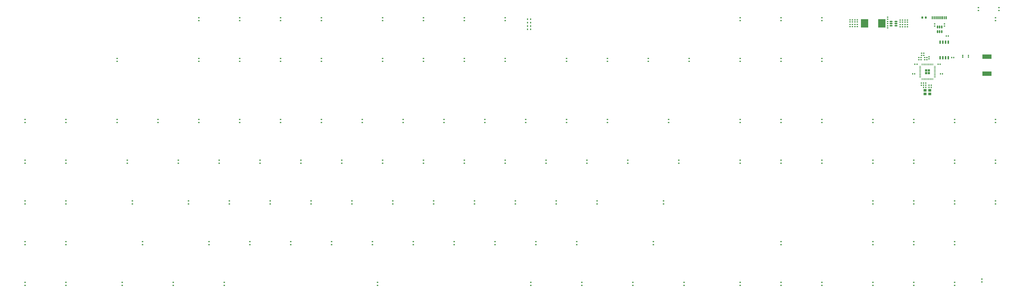
<source format=gbr>
%TF.GenerationSoftware,KiCad,Pcbnew,(6.0.0)*%
%TF.CreationDate,2022-04-30T21:46:17-04:00*%
%TF.ProjectId,SweetBusiness,53776565-7442-4757-9369-6e6573732e6b,rev?*%
%TF.SameCoordinates,Original*%
%TF.FileFunction,Paste,Bot*%
%TF.FilePolarity,Positive*%
%FSLAX46Y46*%
G04 Gerber Fmt 4.6, Leading zero omitted, Abs format (unit mm)*
G04 Created by KiCad (PCBNEW (6.0.0)) date 2022-04-30 21:46:17*
%MOMM*%
%LPD*%
G01*
G04 APERTURE LIST*
G04 Aperture macros list*
%AMRoundRect*
0 Rectangle with rounded corners*
0 $1 Rounding radius*
0 $2 $3 $4 $5 $6 $7 $8 $9 X,Y pos of 4 corners*
0 Add a 4 corners polygon primitive as box body*
4,1,4,$2,$3,$4,$5,$6,$7,$8,$9,$2,$3,0*
0 Add four circle primitives for the rounded corners*
1,1,$1+$1,$2,$3*
1,1,$1+$1,$4,$5*
1,1,$1+$1,$6,$7*
1,1,$1+$1,$8,$9*
0 Add four rect primitives between the rounded corners*
20,1,$1+$1,$2,$3,$4,$5,0*
20,1,$1+$1,$4,$5,$6,$7,0*
20,1,$1+$1,$6,$7,$8,$9,0*
20,1,$1+$1,$8,$9,$2,$3,0*%
G04 Aperture macros list end*
%ADD10C,0.010000*%
%ADD11RoundRect,0.250000X0.292217X0.292217X-0.292217X0.292217X-0.292217X-0.292217X0.292217X-0.292217X0*%
%ADD12RoundRect,0.050000X0.387500X0.050000X-0.387500X0.050000X-0.387500X-0.050000X0.387500X-0.050000X0*%
%ADD13RoundRect,0.050000X0.050000X0.387500X-0.050000X0.387500X-0.050000X-0.387500X0.050000X-0.387500X0*%
%ADD14R,4.200000X2.000000*%
%ADD15RoundRect,0.147500X0.172500X-0.147500X0.172500X0.147500X-0.172500X0.147500X-0.172500X-0.147500X0*%
%ADD16RoundRect,0.147500X-0.172500X0.147500X-0.172500X-0.147500X0.172500X-0.147500X0.172500X0.147500X0*%
%ADD17R,0.700000X0.600000*%
%ADD18RoundRect,0.147500X-0.147500X-0.172500X0.147500X-0.172500X0.147500X0.172500X-0.147500X0.172500X0*%
%ADD19RoundRect,0.150000X0.150000X-0.512500X0.150000X0.512500X-0.150000X0.512500X-0.150000X-0.512500X0*%
%ADD20RoundRect,0.147500X0.147500X0.172500X-0.147500X0.172500X-0.147500X-0.172500X0.147500X-0.172500X0*%
%ADD21R,0.600000X0.700000*%
%ADD22RoundRect,0.150000X0.150000X-0.650000X0.150000X0.650000X-0.150000X0.650000X-0.150000X-0.650000X0*%
%ADD23R,1.400000X1.200000*%
%ADD24R,3.500000X4.000000*%
%ADD25RoundRect,0.218750X0.218750X0.256250X-0.218750X0.256250X-0.218750X-0.256250X0.218750X-0.256250X0*%
%ADD26R,0.600000X1.450000*%
%ADD27R,0.300000X1.450000*%
%ADD28RoundRect,0.150000X-0.512500X-0.150000X0.512500X-0.150000X0.512500X0.150000X-0.512500X0.150000X0*%
G04 APERTURE END LIST*
D10*
%TO.C,S1*%
X512217000Y-146085000D02*
X511767000Y-146085000D01*
X511767000Y-146085000D02*
X511767000Y-146535000D01*
X511767000Y-146535000D02*
X512217000Y-146535000D01*
X512217000Y-146535000D02*
X512217000Y-146085000D01*
G36*
X512217000Y-146535000D02*
G01*
X511767000Y-146535000D01*
X511767000Y-146085000D01*
X512217000Y-146085000D01*
X512217000Y-146535000D01*
G37*
X512217000Y-146535000D02*
X511767000Y-146535000D01*
X511767000Y-146085000D01*
X512217000Y-146085000D01*
X512217000Y-146535000D01*
X512217000Y-146835000D02*
X511767000Y-146835000D01*
X511767000Y-146835000D02*
X511767000Y-147285000D01*
X511767000Y-147285000D02*
X512217000Y-147285000D01*
X512217000Y-147285000D02*
X512217000Y-146835000D01*
G36*
X512217000Y-147285000D02*
G01*
X511767000Y-147285000D01*
X511767000Y-146835000D01*
X512217000Y-146835000D01*
X512217000Y-147285000D01*
G37*
X512217000Y-147285000D02*
X511767000Y-147285000D01*
X511767000Y-146835000D01*
X512217000Y-146835000D01*
X512217000Y-147285000D01*
X509567000Y-146085000D02*
X509117000Y-146085000D01*
X509117000Y-146085000D02*
X509117000Y-146535000D01*
X509117000Y-146535000D02*
X509567000Y-146535000D01*
X509567000Y-146535000D02*
X509567000Y-146085000D01*
G36*
X509567000Y-146535000D02*
G01*
X509117000Y-146535000D01*
X509117000Y-146085000D01*
X509567000Y-146085000D01*
X509567000Y-146535000D01*
G37*
X509567000Y-146535000D02*
X509117000Y-146535000D01*
X509117000Y-146085000D01*
X509567000Y-146085000D01*
X509567000Y-146535000D01*
X509567000Y-146835000D02*
X509117000Y-146835000D01*
X509117000Y-146835000D02*
X509117000Y-147285000D01*
X509117000Y-147285000D02*
X509567000Y-147285000D01*
X509567000Y-147285000D02*
X509567000Y-146835000D01*
G36*
X509567000Y-147285000D02*
G01*
X509117000Y-147285000D01*
X509117000Y-146835000D01*
X509567000Y-146835000D01*
X509567000Y-147285000D01*
G37*
X509567000Y-147285000D02*
X509117000Y-147285000D01*
X509117000Y-146835000D01*
X509567000Y-146835000D01*
X509567000Y-147285000D01*
%TD*%
D11*
%TO.C,U0*%
X492281250Y-154625000D03*
X492281250Y-153350000D03*
X493556250Y-154625000D03*
X493556250Y-153350000D03*
D12*
X496356250Y-151387500D03*
X496356250Y-151787500D03*
X496356250Y-152187500D03*
X496356250Y-152587500D03*
X496356250Y-152987500D03*
X496356250Y-153387500D03*
X496356250Y-153787500D03*
X496356250Y-154187500D03*
X496356250Y-154587500D03*
X496356250Y-154987500D03*
X496356250Y-155387500D03*
X496356250Y-155787500D03*
X496356250Y-156187500D03*
X496356250Y-156587500D03*
D13*
X495518750Y-157425000D03*
X495118750Y-157425000D03*
X494718750Y-157425000D03*
X494318750Y-157425000D03*
X493918750Y-157425000D03*
X493518750Y-157425000D03*
X493118750Y-157425000D03*
X492718750Y-157425000D03*
X492318750Y-157425000D03*
X491918750Y-157425000D03*
X491518750Y-157425000D03*
X491118750Y-157425000D03*
X490718750Y-157425000D03*
X490318750Y-157425000D03*
D12*
X489481250Y-156587500D03*
X489481250Y-156187500D03*
X489481250Y-155787500D03*
X489481250Y-155387500D03*
X489481250Y-154987500D03*
X489481250Y-154587500D03*
X489481250Y-154187500D03*
X489481250Y-153787500D03*
X489481250Y-153387500D03*
X489481250Y-152987500D03*
X489481250Y-152587500D03*
X489481250Y-152187500D03*
X489481250Y-151787500D03*
X489481250Y-151387500D03*
D13*
X490318750Y-150550000D03*
X490718750Y-150550000D03*
X491118750Y-150550000D03*
X491518750Y-150550000D03*
X491918750Y-150550000D03*
X492318750Y-150550000D03*
X492718750Y-150550000D03*
X493118750Y-150550000D03*
X493518750Y-150550000D03*
X493918750Y-150550000D03*
X494318750Y-150550000D03*
X494718750Y-150550000D03*
X495118750Y-150550000D03*
X495518750Y-150550000D03*
%TD*%
D14*
%TO.C,TX1*%
X520700000Y-146876000D03*
X520700000Y-154876000D03*
%TD*%
D15*
%TO.C,C5*%
X488950000Y-148313000D03*
X488950000Y-147343000D03*
%TD*%
D16*
%TO.C,CP4*%
X482473000Y-129791600D03*
X482473000Y-130761600D03*
%TD*%
D17*
%TO.C,D88*%
X369887500Y-214406250D03*
X369887500Y-215806250D03*
%TD*%
D16*
%TO.C,CP17*%
X456819000Y-131849000D03*
X456819000Y-132819000D03*
%TD*%
D17*
%TO.C,D11*%
X424656250Y-128681250D03*
X424656250Y-130081250D03*
%TD*%
%TO.C,D25*%
X405606250Y-147731250D03*
X405606250Y-149131250D03*
%TD*%
%TO.C,D103*%
X291306250Y-233456250D03*
X291306250Y-234856250D03*
%TD*%
%TO.C,D89*%
X467518750Y-214406250D03*
X467518750Y-215806250D03*
%TD*%
D15*
%TO.C,CP10*%
X460248000Y-130660000D03*
X460248000Y-129690000D03*
%TD*%
D17*
%TO.C,D71*%
X486568750Y-195356250D03*
X486568750Y-196756250D03*
%TD*%
%TO.C,D47*%
X467518750Y-176306250D03*
X467518750Y-177706250D03*
%TD*%
D16*
%TO.C,CP16*%
X457962000Y-131849000D03*
X457962000Y-132819000D03*
%TD*%
D17*
%TO.C,D59*%
X238918750Y-195356250D03*
X238918750Y-196756250D03*
%TD*%
D16*
%TO.C,RD1*%
X491236000Y-145311000D03*
X491236000Y-146281000D03*
%TD*%
D17*
%TO.C,D51*%
X72231250Y-195356250D03*
X72231250Y-196756250D03*
%TD*%
%TO.C,D82*%
X243681250Y-214406250D03*
X243681250Y-215806250D03*
%TD*%
D18*
%TO.C,RF1*%
X504213000Y-147320000D03*
X505183000Y-147320000D03*
%TD*%
D17*
%TO.C,D124*%
X467518750Y-252506250D03*
X467518750Y-253906250D03*
%TD*%
%TO.C,D125*%
X486568750Y-252506250D03*
X486568750Y-253906250D03*
%TD*%
%TO.C,D78*%
X167481250Y-214406250D03*
X167481250Y-215806250D03*
%TD*%
D19*
%TO.C,U3*%
X499552000Y-135249500D03*
X498602000Y-135249500D03*
X497652000Y-135249500D03*
X497652000Y-132974500D03*
X498602000Y-132974500D03*
X499552000Y-132974500D03*
%TD*%
D17*
%TO.C,D58*%
X219868750Y-195356250D03*
X219868750Y-196756250D03*
%TD*%
%TO.C,D1*%
X115093750Y-147731250D03*
X115093750Y-149131250D03*
%TD*%
%TO.C,D116*%
X236537500Y-252506250D03*
X236537500Y-253906250D03*
%TD*%
%TO.C,D27*%
X443706250Y-147731250D03*
X443706250Y-149131250D03*
%TD*%
%TO.C,D24*%
X381793750Y-147731250D03*
X381793750Y-149131250D03*
%TD*%
%TO.C,D17*%
X238918750Y-147731250D03*
X238918750Y-149131250D03*
%TD*%
%TO.C,D43*%
X372268750Y-176306250D03*
X372268750Y-177706250D03*
%TD*%
%TO.C,D113*%
X117475000Y-252506250D03*
X117475000Y-253906250D03*
%TD*%
%TO.C,D76*%
X122237500Y-214406250D03*
X122237500Y-215806250D03*
%TD*%
%TO.C,D60*%
X257968750Y-195356250D03*
X257968750Y-196756250D03*
%TD*%
%TO.C,D20*%
X296068750Y-147731250D03*
X296068750Y-149131250D03*
%TD*%
%TO.C,D72*%
X505618750Y-195356250D03*
X505618750Y-196756250D03*
%TD*%
%TO.C,D54*%
X143668750Y-195356250D03*
X143668750Y-196756250D03*
%TD*%
D20*
%TO.C,C3*%
X492102000Y-160274000D03*
X491132000Y-160274000D03*
%TD*%
D21*
%TO.C,DT4*%
X306481250Y-134143750D03*
X307881250Y-134143750D03*
%TD*%
D17*
%TO.C,D57*%
X200818750Y-195356250D03*
X200818750Y-196756250D03*
%TD*%
%TO.C,D101*%
X253206250Y-233456250D03*
X253206250Y-234856250D03*
%TD*%
%TO.C,D2*%
X153193750Y-128681250D03*
X153193750Y-130081250D03*
%TD*%
%TO.C,D120*%
X379412500Y-252506250D03*
X379412500Y-253906250D03*
%TD*%
%TO.C,D95*%
X127000000Y-233456250D03*
X127000000Y-234856250D03*
%TD*%
D20*
%TO.C,CX1*%
X492102000Y-161290000D03*
X491132000Y-161290000D03*
%TD*%
D17*
%TO.C,D8*%
X277018750Y-128681250D03*
X277018750Y-130081250D03*
%TD*%
D16*
%TO.C,CP2*%
X480187000Y-129791600D03*
X480187000Y-130761600D03*
%TD*%
D21*
%TO.C,DT1*%
X306481250Y-129381250D03*
X307881250Y-129381250D03*
%TD*%
D17*
%TO.C,D63*%
X315118750Y-195356250D03*
X315118750Y-196756250D03*
%TD*%
D20*
%TO.C,C11*%
X486027500Y-154940000D03*
X486997500Y-154940000D03*
%TD*%
D17*
%TO.C,D80*%
X205581250Y-214406250D03*
X205581250Y-215806250D03*
%TD*%
%TO.C,D12*%
X443706250Y-128681250D03*
X443706250Y-130081250D03*
%TD*%
%TO.C,D3*%
X172243750Y-128681250D03*
X172243750Y-130081250D03*
%TD*%
%TO.C,D34*%
X191293750Y-176306250D03*
X191293750Y-177706250D03*
%TD*%
%TO.C,D104*%
X310356250Y-233456250D03*
X310356250Y-234856250D03*
%TD*%
D22*
%TO.C,U2*%
X502666000Y-147364000D03*
X501396000Y-147364000D03*
X500126000Y-147364000D03*
X498856000Y-147364000D03*
X498856000Y-140164000D03*
X500126000Y-140164000D03*
X501396000Y-140164000D03*
X502666000Y-140164000D03*
%TD*%
D23*
%TO.C,Y1*%
X494018750Y-164362500D03*
X491818750Y-164362500D03*
X491818750Y-162662500D03*
X494018750Y-162662500D03*
%TD*%
D17*
%TO.C,D61*%
X277018750Y-195356250D03*
X277018750Y-196756250D03*
%TD*%
%TO.C,D97*%
X177006250Y-233456250D03*
X177006250Y-234856250D03*
%TD*%
D18*
%TO.C,C9*%
X498983000Y-154940000D03*
X499953000Y-154940000D03*
%TD*%
D15*
%TO.C,CP13*%
X456819000Y-130660000D03*
X456819000Y-129690000D03*
%TD*%
D16*
%TO.C,CP5*%
X483616000Y-129791600D03*
X483616000Y-130761600D03*
%TD*%
D17*
%TO.C,D13*%
X153193750Y-147731250D03*
X153193750Y-149131250D03*
%TD*%
%TO.C,D118*%
X331787500Y-252506250D03*
X331787500Y-253906250D03*
%TD*%
%TO.C,D45*%
X424656250Y-176306250D03*
X424656250Y-177706250D03*
%TD*%
%TO.C,D70*%
X467518750Y-195356250D03*
X467518750Y-196756250D03*
%TD*%
D15*
%TO.C,CP8*%
X482473000Y-132920600D03*
X482473000Y-131950600D03*
%TD*%
D17*
%TO.C,D91*%
X505618750Y-214406250D03*
X505618750Y-215806250D03*
%TD*%
%TO.C,D36*%
X229393750Y-176306250D03*
X229393750Y-177706250D03*
%TD*%
D16*
%TO.C,RP1*%
X474345000Y-128420000D03*
X474345000Y-129390000D03*
%TD*%
D17*
%TO.C,D79*%
X186531250Y-214406250D03*
X186531250Y-215806250D03*
%TD*%
%TO.C,D117*%
X307975000Y-252506250D03*
X307975000Y-253906250D03*
%TD*%
%TO.C,D39*%
X286543750Y-176306250D03*
X286543750Y-177706250D03*
%TD*%
%TO.C,D111*%
X72231250Y-252506250D03*
X72231250Y-253906250D03*
%TD*%
%TO.C,D22*%
X343693750Y-147731250D03*
X343693750Y-149131250D03*
%TD*%
%TO.C,D53*%
X119856250Y-195356250D03*
X119856250Y-196756250D03*
%TD*%
%TO.C,D6*%
X238918750Y-128681250D03*
X238918750Y-130081250D03*
%TD*%
%TO.C,D92*%
X524668750Y-214406250D03*
X524668750Y-215806250D03*
%TD*%
%TO.C,D38*%
X267493750Y-176306250D03*
X267493750Y-177706250D03*
%TD*%
%TO.C,D110*%
X505618750Y-233456250D03*
X505618750Y-234856250D03*
%TD*%
%TO.C,D115*%
X165100000Y-252506250D03*
X165100000Y-253906250D03*
%TD*%
D18*
%TO.C,C10*%
X497863000Y-150495000D03*
X498833000Y-150495000D03*
%TD*%
D17*
%TO.C,D84*%
X281781250Y-214406250D03*
X281781250Y-215806250D03*
%TD*%
%TO.C,DR1*%
X524668750Y-128681250D03*
X524668750Y-130081250D03*
%TD*%
%TO.C,D18*%
X257968750Y-147731250D03*
X257968750Y-149131250D03*
%TD*%
D15*
%TO.C,RC1*%
X500888000Y-132565000D03*
X500888000Y-131595000D03*
%TD*%
D17*
%TO.C,D77*%
X148431250Y-214406250D03*
X148431250Y-215806250D03*
%TD*%
%TO.C,D83*%
X262731250Y-214406250D03*
X262731250Y-215806250D03*
%TD*%
D15*
%TO.C,RR1*%
X490093000Y-160251000D03*
X490093000Y-159281000D03*
%TD*%
D17*
%TO.C,D29*%
X91281250Y-176306250D03*
X91281250Y-177706250D03*
%TD*%
%TO.C,DR3*%
X516731250Y-125318750D03*
X516731250Y-123918750D03*
%TD*%
D18*
%TO.C,RX2*%
X493672000Y-160274000D03*
X494642000Y-160274000D03*
%TD*%
D20*
%TO.C,C1*%
X492102000Y-159258000D03*
X491132000Y-159258000D03*
%TD*%
D17*
%TO.C,D85*%
X300831250Y-214406250D03*
X300831250Y-215806250D03*
%TD*%
%TO.C,D16*%
X210343750Y-147731250D03*
X210343750Y-149131250D03*
%TD*%
D15*
%TO.C,CP11*%
X459105000Y-130660000D03*
X459105000Y-129690000D03*
%TD*%
D17*
%TO.C,D74*%
X72231250Y-214406250D03*
X72231250Y-215806250D03*
%TD*%
D15*
%TO.C,C2*%
X493649000Y-147932000D03*
X493649000Y-146962000D03*
%TD*%
D17*
%TO.C,D68*%
X424656250Y-195356250D03*
X424656250Y-196756250D03*
%TD*%
%TO.C,DR2*%
X526256250Y-125318750D03*
X526256250Y-123918750D03*
%TD*%
%TO.C,D28*%
X72231250Y-176306250D03*
X72231250Y-177706250D03*
%TD*%
%TO.C,D35*%
X210343750Y-176306250D03*
X210343750Y-177706250D03*
%TD*%
%TO.C,D33*%
X172243750Y-176306250D03*
X172243750Y-177706250D03*
%TD*%
%TO.C,D14*%
X172243750Y-147731250D03*
X172243750Y-149131250D03*
%TD*%
%TO.C,D106*%
X365125000Y-233456250D03*
X365125000Y-234856250D03*
%TD*%
%TO.C,D67*%
X405606250Y-195356250D03*
X405606250Y-196756250D03*
%TD*%
%TO.C,D10*%
X405606250Y-128681250D03*
X405606250Y-130081250D03*
%TD*%
%TO.C,D30*%
X115093750Y-176306250D03*
X115093750Y-177706250D03*
%TD*%
%TO.C,D62*%
X296068750Y-195356250D03*
X296068750Y-196756250D03*
%TD*%
D15*
%TO.C,CP7*%
X481330000Y-132920600D03*
X481330000Y-131950600D03*
%TD*%
D16*
%TO.C,RC2*%
X496316000Y-131595000D03*
X496316000Y-132565000D03*
%TD*%
D17*
%TO.C,D41*%
X324643750Y-176306250D03*
X324643750Y-177706250D03*
%TD*%
D16*
%TO.C,CP14*%
X460248000Y-131849000D03*
X460248000Y-132819000D03*
%TD*%
D17*
%TO.C,D109*%
X486568750Y-233456250D03*
X486568750Y-234856250D03*
%TD*%
%TO.C,D98*%
X196056250Y-233456250D03*
X196056250Y-234856250D03*
%TD*%
%TO.C,D100*%
X234156250Y-233456250D03*
X234156250Y-234856250D03*
%TD*%
%TO.C,D19*%
X277018750Y-147731250D03*
X277018750Y-149131250D03*
%TD*%
%TO.C,D50*%
X524668750Y-176306250D03*
X524668750Y-177706250D03*
%TD*%
%TO.C,D69*%
X443706250Y-195356250D03*
X443706250Y-196756250D03*
%TD*%
%TO.C,D55*%
X162718750Y-195356250D03*
X162718750Y-196756250D03*
%TD*%
%TO.C,D23*%
X362743750Y-147731250D03*
X362743750Y-149131250D03*
%TD*%
D15*
%TO.C,C7*%
X491617000Y-148313000D03*
X491617000Y-147343000D03*
%TD*%
D17*
%TO.C,D75*%
X91281250Y-214406250D03*
X91281250Y-215806250D03*
%TD*%
%TO.C,D56*%
X181768750Y-195356250D03*
X181768750Y-196756250D03*
%TD*%
%TO.C,D4*%
X191293750Y-128681250D03*
X191293750Y-130081250D03*
%TD*%
D16*
%TO.C,CP15*%
X459105000Y-131849000D03*
X459105000Y-132819000D03*
%TD*%
D17*
%TO.C,D64*%
X334168750Y-195356250D03*
X334168750Y-196756250D03*
%TD*%
%TO.C,D127*%
X518318750Y-252318750D03*
X518318750Y-250918750D03*
%TD*%
%TO.C,D5*%
X210343750Y-128681250D03*
X210343750Y-130081250D03*
%TD*%
D20*
%TO.C,CF1*%
X502643000Y-137287000D03*
X501673000Y-137287000D03*
%TD*%
D17*
%TO.C,D65*%
X353218750Y-195356250D03*
X353218750Y-196756250D03*
%TD*%
%TO.C,D42*%
X343693750Y-176306250D03*
X343693750Y-177706250D03*
%TD*%
%TO.C,D108*%
X467518750Y-233456250D03*
X467518750Y-234856250D03*
%TD*%
D24*
%TO.C,LP1*%
X471614000Y-131318000D03*
X463614000Y-131318000D03*
%TD*%
D17*
%TO.C,D73*%
X524668750Y-195356250D03*
X524668750Y-196756250D03*
%TD*%
%TO.C,D93*%
X72231250Y-233456250D03*
X72231250Y-234856250D03*
%TD*%
D16*
%TO.C,RP2*%
X474345000Y-130452000D03*
X474345000Y-131422000D03*
%TD*%
D17*
%TO.C,D7*%
X257968750Y-128681250D03*
X257968750Y-130081250D03*
%TD*%
%TO.C,D119*%
X355600000Y-252506250D03*
X355600000Y-253906250D03*
%TD*%
%TO.C,D96*%
X157956250Y-233456250D03*
X157956250Y-234856250D03*
%TD*%
%TO.C,D112*%
X91281250Y-252506250D03*
X91281250Y-253906250D03*
%TD*%
%TO.C,D40*%
X305593750Y-176306250D03*
X305593750Y-177706250D03*
%TD*%
D15*
%TO.C,CP12*%
X457962000Y-130660000D03*
X457962000Y-129690000D03*
%TD*%
D25*
%TO.C,F1*%
X492118750Y-128587500D03*
X490543750Y-128587500D03*
%TD*%
D17*
%TO.C,D87*%
X338931250Y-214406250D03*
X338931250Y-215806250D03*
%TD*%
D15*
%TO.C,C8*%
X492633000Y-148313000D03*
X492633000Y-147343000D03*
%TD*%
D17*
%TO.C,D31*%
X134143750Y-176306250D03*
X134143750Y-177706250D03*
%TD*%
D15*
%TO.C,CP9*%
X483616000Y-132920600D03*
X483616000Y-131950600D03*
%TD*%
D17*
%TO.C,D94*%
X91281250Y-233456250D03*
X91281250Y-234856250D03*
%TD*%
%TO.C,D49*%
X505618750Y-176306250D03*
X505618750Y-177706250D03*
%TD*%
%TO.C,D48*%
X486568750Y-176306250D03*
X486568750Y-177706250D03*
%TD*%
%TO.C,D102*%
X272256250Y-233456250D03*
X272256250Y-234856250D03*
%TD*%
%TO.C,D46*%
X443706250Y-176306250D03*
X443706250Y-177706250D03*
%TD*%
D15*
%TO.C,CP6*%
X480187000Y-132920600D03*
X480187000Y-131950600D03*
%TD*%
D17*
%TO.C,D90*%
X486568750Y-214406250D03*
X486568750Y-215806250D03*
%TD*%
%TO.C,D107*%
X424656250Y-233456250D03*
X424656250Y-234856250D03*
%TD*%
D15*
%TO.C,C6*%
X489966000Y-148313000D03*
X489966000Y-147343000D03*
%TD*%
D17*
%TO.C,D126*%
X505618750Y-252506250D03*
X505618750Y-253906250D03*
%TD*%
%TO.C,D114*%
X141287500Y-252506250D03*
X141287500Y-253906250D03*
%TD*%
%TO.C,D26*%
X424656250Y-147731250D03*
X424656250Y-149131250D03*
%TD*%
%TO.C,D15*%
X191293750Y-147731250D03*
X191293750Y-149131250D03*
%TD*%
D20*
%TO.C,CX2*%
X494642000Y-161290000D03*
X493672000Y-161290000D03*
%TD*%
D17*
%TO.C,D44*%
X405606250Y-176306250D03*
X405606250Y-177706250D03*
%TD*%
D16*
%TO.C,CP3*%
X481330000Y-129791600D03*
X481330000Y-130761600D03*
%TD*%
D17*
%TO.C,D99*%
X215106250Y-233456250D03*
X215106250Y-234856250D03*
%TD*%
%TO.C,D123*%
X443706250Y-252506250D03*
X443706250Y-253906250D03*
%TD*%
D16*
%TO.C,RD2*%
X490220000Y-145311000D03*
X490220000Y-146281000D03*
%TD*%
D17*
%TO.C,D52*%
X91281250Y-195356250D03*
X91281250Y-196756250D03*
%TD*%
%TO.C,D37*%
X248443750Y-176306250D03*
X248443750Y-177706250D03*
%TD*%
%TO.C,D66*%
X377031250Y-195356250D03*
X377031250Y-196756250D03*
%TD*%
D26*
%TO.C,J4*%
X495225000Y-128663750D03*
X496025000Y-128663750D03*
D27*
X497225000Y-128663750D03*
X498225000Y-128663750D03*
X498725000Y-128663750D03*
X499725000Y-128663750D03*
D26*
X500925000Y-128663750D03*
X501725000Y-128663750D03*
X501725000Y-128663750D03*
X500925000Y-128663750D03*
D27*
X500225000Y-128663750D03*
X499225000Y-128663750D03*
X497725000Y-128663750D03*
X496725000Y-128663750D03*
D26*
X496025000Y-128663750D03*
X495225000Y-128663750D03*
%TD*%
D17*
%TO.C,D105*%
X329406250Y-233456250D03*
X329406250Y-234856250D03*
%TD*%
%TO.C,D81*%
X224631250Y-214406250D03*
X224631250Y-215806250D03*
%TD*%
D28*
%TO.C,U1*%
X476001500Y-132395000D03*
X476001500Y-131445000D03*
X476001500Y-130495000D03*
X478276500Y-130495000D03*
X478276500Y-131445000D03*
X478276500Y-132395000D03*
%TD*%
D17*
%TO.C,D121*%
X405606250Y-252506250D03*
X405606250Y-253906250D03*
%TD*%
%TO.C,D32*%
X153193750Y-176306250D03*
X153193750Y-177706250D03*
%TD*%
D20*
%TO.C,C4*%
X488038000Y-150495000D03*
X487068000Y-150495000D03*
%TD*%
D17*
%TO.C,D122*%
X424656250Y-252506250D03*
X424656250Y-253906250D03*
%TD*%
D21*
%TO.C,DT3*%
X306481250Y-132556250D03*
X307881250Y-132556250D03*
%TD*%
D17*
%TO.C,D86*%
X319881250Y-214406250D03*
X319881250Y-215806250D03*
%TD*%
D21*
%TO.C,DT2*%
X306481250Y-130968750D03*
X307881250Y-130968750D03*
%TD*%
D17*
%TO.C,D9*%
X296068750Y-128681250D03*
X296068750Y-130081250D03*
%TD*%
%TO.C,D21*%
X324643750Y-147731250D03*
X324643750Y-149131250D03*
%TD*%
D16*
%TO.C,CP1*%
X474345000Y-132484000D03*
X474345000Y-133454000D03*
%TD*%
M02*

</source>
